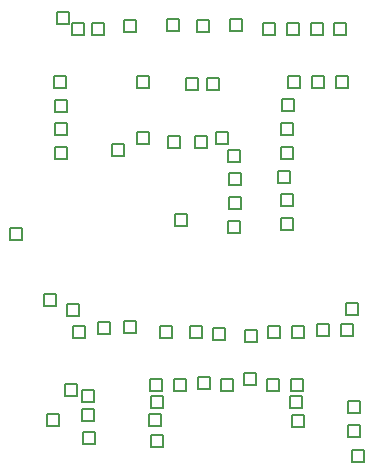
<source format=gbr>
%TF.GenerationSoftware,Altium Limited,Altium Designer,20.0.10 (225)*%
G04 Layer_Color=2752767*
%FSLAX26Y26*%
%MOIN*%
%TF.FileFunction,Drawing*%
%TF.Part,CustomerPanel*%
G01*
G75*
%TA.AperFunction,NonConductor*%
%ADD30C,0.005000*%
D30*
X2627716Y3926890D02*
Y3966890D01*
X2667716D01*
Y3926890D01*
X2627716D01*
X2442716Y4366890D02*
Y4406890D01*
X2482716D01*
Y4366890D01*
X2442716D01*
X2432716Y4151890D02*
Y4191890D01*
X2472716D01*
Y4151890D01*
X2432716D01*
X3130116Y4329551D02*
Y4369551D01*
X3170116D01*
Y4329551D01*
X3130116D01*
X3209644D02*
Y4369551D01*
X3249644D01*
Y4329551D01*
X3209644D01*
X3289171D02*
Y4369551D01*
X3329171D01*
Y4329551D01*
X3289171D01*
X3368699D02*
Y4369551D01*
X3408699D01*
Y4329551D01*
X3368699D01*
X3019901Y4343026D02*
Y4383026D01*
X3059901D01*
Y4343026D01*
X3019901D01*
X2910965Y4338653D02*
Y4378653D01*
X2950965D01*
Y4338653D01*
X2910965D01*
X2942716Y4146890D02*
Y4186890D01*
X2982716D01*
Y4146890D01*
X2942716D01*
X2872716D02*
Y4186890D01*
X2912716D01*
Y4146890D01*
X2872716D01*
X2814208Y3952731D02*
Y3992731D01*
X2854208D01*
Y3952731D01*
X2814208D01*
X2902716Y3951890D02*
Y3991890D01*
X2942716D01*
Y3951890D01*
X2902716D01*
X2973729Y3967726D02*
Y4007726D01*
X3013729D01*
Y3967726D01*
X2973729D01*
X2710059Y3967803D02*
Y4007803D01*
X2750059D01*
Y3967803D01*
X2710059D01*
X2665892Y4338688D02*
Y4378688D01*
X2705892D01*
Y4338688D01*
X2665892D01*
X2710059Y4152803D02*
Y4192803D01*
X2750059D01*
Y4152803D01*
X2710059D01*
X2809901Y4343026D02*
Y4383026D01*
X2849901D01*
Y4343026D01*
X2809901D01*
X3014265Y3908397D02*
Y3948397D01*
X3054265D01*
Y3908397D01*
X3014265D01*
X3017589Y3828939D02*
Y3868939D01*
X3057589D01*
Y3828939D01*
X3017589D01*
X3018333Y3749415D02*
Y3789415D01*
X3058333D01*
Y3749415D01*
X3018333D01*
X3014265Y3669991D02*
Y3709991D01*
X3054265D01*
Y3669991D01*
X3014265D01*
X3191168Y3679551D02*
Y3719551D01*
X3231168D01*
Y3679551D01*
X3191168D01*
X3190326Y3759074D02*
Y3799074D01*
X3230326D01*
Y3759074D01*
X3190326D01*
X3181966Y3838161D02*
Y3878161D01*
X3221966D01*
Y3838161D01*
X3181966D01*
X3191622Y3917101D02*
Y3957101D01*
X3231622D01*
Y3917101D01*
X3191622D01*
Y3996628D02*
Y4036628D01*
X3231622D01*
Y3996628D01*
X3191622D01*
X3193295Y4076138D02*
Y4116138D01*
X3233295D01*
Y4076138D01*
X3193295D01*
X3214440Y4152803D02*
Y4192803D01*
X3254440D01*
Y4152803D01*
X3214440D01*
X3293968D02*
Y4192803D01*
X3333968D01*
Y4152803D01*
X3293968D01*
X3373495D02*
Y4192803D01*
X3413495D01*
Y4152803D01*
X3373495D01*
X2495642Y4329551D02*
Y4369551D01*
X2535642D01*
Y4329551D01*
X2495642D01*
X2436311Y4074837D02*
Y4114837D01*
X2476311D01*
Y4074837D01*
X2436311D01*
X2437414Y3995317D02*
Y4035317D01*
X2477414D01*
Y3995317D01*
X2437414D01*
Y3915789D02*
Y3955789D01*
X2477414D01*
Y3915789D01*
X2437414D01*
X2561460Y4328426D02*
Y4368426D01*
X2601460D01*
Y4328426D01*
X2561460D01*
X2286131Y3645698D02*
Y3685698D01*
X2326131D01*
Y3645698D01*
X2286131D01*
X2837716Y3691890D02*
Y3731890D01*
X2877716D01*
Y3691890D01*
X2837716D01*
X3425827Y2906890D02*
Y2946890D01*
X3465827D01*
Y2906890D01*
X3425827D01*
X3405827Y3396890D02*
Y3436890D01*
X3445827D01*
Y3396890D01*
X3405827D01*
X3390827Y3326890D02*
Y3366890D01*
X3430827D01*
Y3326890D01*
X3390827D01*
X3310827D02*
Y3366890D01*
X3350827D01*
Y3326890D01*
X3310827D01*
X2410827Y3026890D02*
Y3066890D01*
X2450827D01*
Y3026890D01*
X2410827D01*
X2475827Y3391890D02*
Y3431890D01*
X2515827D01*
Y3391890D01*
X2475827D01*
X2400827Y3426890D02*
Y3466890D01*
X2440827D01*
Y3426890D01*
X2400827D01*
X2498673Y3321631D02*
Y3361631D01*
X2538673D01*
Y3321631D01*
X2498673D01*
X2470827Y3126890D02*
Y3166890D01*
X2510827D01*
Y3126890D01*
X2470827D01*
X2525827Y3106890D02*
Y3146890D01*
X2565827D01*
Y3106890D01*
X2525827D01*
X2750827Y3026890D02*
Y3066890D01*
X2790827D01*
Y3026890D01*
X2750827D01*
X2525827Y3041890D02*
Y3081890D01*
X2565827D01*
Y3041890D01*
X2525827D01*
X2530827Y2966890D02*
Y3006890D01*
X2570827D01*
Y2966890D01*
X2530827D01*
X2755827Y2956890D02*
Y2996890D01*
X2795827D01*
Y2956890D01*
X2755827D01*
X3225827Y3021890D02*
Y3061890D01*
X3265827D01*
Y3021890D01*
X3225827D01*
X3414201Y2991432D02*
Y3031432D01*
X3454201D01*
Y2991432D01*
X3414201D01*
Y3070960D02*
Y3110960D01*
X3454201D01*
Y3070960D01*
X3414201D01*
X2965055Y3313048D02*
Y3353048D01*
X3005055D01*
Y3313048D01*
X2965055D01*
X2885863Y3320341D02*
Y3360341D01*
X2925863D01*
Y3320341D01*
X2885863D01*
X2833349Y3144619D02*
Y3184619D01*
X2873349D01*
Y3144619D01*
X2833349D01*
X2912644Y3150699D02*
Y3190699D01*
X2952644D01*
Y3150699D01*
X2912644D01*
X2991840Y3143438D02*
Y3183438D01*
X3031840D01*
Y3143438D01*
X2991840D01*
X2665827Y3336890D02*
Y3376890D01*
X2705827D01*
Y3336890D01*
X2665827D01*
X2580827Y3331890D02*
Y3371890D01*
X2620827D01*
Y3331890D01*
X2580827D01*
X2755827Y3086890D02*
Y3126890D01*
X2795827D01*
Y3086890D01*
X2755827D01*
X2754313Y3143438D02*
Y3183438D01*
X2794313D01*
Y3143438D01*
X2754313D01*
X2788468Y3319139D02*
Y3359139D01*
X2828468D01*
Y3319139D01*
X2788468D01*
X3227842Y3320795D02*
Y3360795D01*
X3267842D01*
Y3320795D01*
X3227842D01*
X3148314D02*
Y3360795D01*
X3188314D01*
Y3320795D01*
X3148314D01*
X3070218Y3305773D02*
Y3345773D01*
X3110218D01*
Y3305773D01*
X3070218D01*
X3067506Y3161927D02*
Y3201927D01*
X3107506D01*
Y3161927D01*
X3067506D01*
X3144855Y3143438D02*
Y3183438D01*
X3184855D01*
Y3143438D01*
X3144855D01*
X3224380Y3144047D02*
Y3184047D01*
X3264380D01*
Y3144047D01*
X3224380D01*
X3220827Y3086890D02*
Y3126890D01*
X3260827D01*
Y3086890D01*
X3220827D01*
%TF.MD5,ad0945fd853e3c944a187f69241c4ebf*%
M02*

</source>
